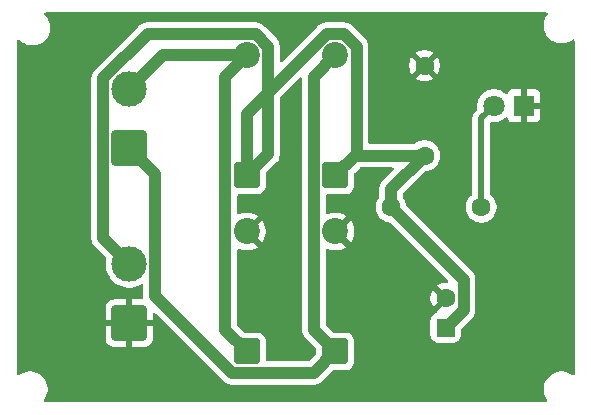
<source format=gbr>
%TF.GenerationSoftware,KiCad,Pcbnew,9.0.7*%
%TF.CreationDate,2026-01-15T12:26:01+05:30*%
%TF.ProjectId,actodc,6163746f-6463-42e6-9b69-6361645f7063,rev?*%
%TF.SameCoordinates,Original*%
%TF.FileFunction,Copper,L2,Bot*%
%TF.FilePolarity,Positive*%
%FSLAX46Y46*%
G04 Gerber Fmt 4.6, Leading zero omitted, Abs format (unit mm)*
G04 Created by KiCad (PCBNEW 9.0.7) date 2026-01-15 12:26:01*
%MOMM*%
%LPD*%
G01*
G04 APERTURE LIST*
G04 Aperture macros list*
%AMRoundRect*
0 Rectangle with rounded corners*
0 $1 Rounding radius*
0 $2 $3 $4 $5 $6 $7 $8 $9 X,Y pos of 4 corners*
0 Add a 4 corners polygon primitive as box body*
4,1,4,$2,$3,$4,$5,$6,$7,$8,$9,$2,$3,0*
0 Add four circle primitives for the rounded corners*
1,1,$1+$1,$2,$3*
1,1,$1+$1,$4,$5*
1,1,$1+$1,$6,$7*
1,1,$1+$1,$8,$9*
0 Add four rect primitives between the rounded corners*
20,1,$1+$1,$2,$3,$4,$5,0*
20,1,$1+$1,$4,$5,$6,$7,0*
20,1,$1+$1,$6,$7,$8,$9,0*
20,1,$1+$1,$8,$9,$2,$3,0*%
G04 Aperture macros list end*
%TA.AperFunction,ComponentPad*%
%ADD10RoundRect,0.249999X0.850001X-0.850001X0.850001X0.850001X-0.850001X0.850001X-0.850001X-0.850001X0*%
%TD*%
%TA.AperFunction,ComponentPad*%
%ADD11C,2.200000*%
%TD*%
%TA.AperFunction,ComponentPad*%
%ADD12RoundRect,0.249999X1.250001X-1.250001X1.250001X1.250001X-1.250001X1.250001X-1.250001X-1.250001X0*%
%TD*%
%TA.AperFunction,ComponentPad*%
%ADD13C,3.000000*%
%TD*%
%TA.AperFunction,ComponentPad*%
%ADD14C,1.600000*%
%TD*%
%TA.AperFunction,ComponentPad*%
%ADD15R,1.800000X1.800000*%
%TD*%
%TA.AperFunction,ComponentPad*%
%ADD16C,1.800000*%
%TD*%
%TA.AperFunction,ComponentPad*%
%ADD17RoundRect,0.250000X0.550000X-0.550000X0.550000X0.550000X-0.550000X0.550000X-0.550000X-0.550000X0*%
%TD*%
%TA.AperFunction,Conductor*%
%ADD18C,1.000000*%
%TD*%
%TA.AperFunction,Conductor*%
%ADD19C,0.500000*%
%TD*%
G04 APERTURE END LIST*
D10*
%TO.P,D3,1,K*%
%TO.N,/+VE*%
X143250000Y-96500000D03*
D11*
%TO.P,D3,2,A*%
%TO.N,Net-(D3-A)*%
X143250000Y-86340000D03*
%TD*%
D12*
%TO.P,J2,1,Pin_1*%
%TO.N,GND*%
X125800000Y-109000000D03*
D13*
%TO.P,J2,2,Pin_2*%
%TO.N,/+VE*%
X125800000Y-104000000D03*
%TD*%
D14*
%TO.P,R1,1*%
%TO.N,/+VE*%
X150800000Y-94820000D03*
%TO.P,R1,2*%
%TO.N,GND*%
X150800000Y-87200000D03*
%TD*%
D15*
%TO.P,D5,1,K*%
%TO.N,GND*%
X159200000Y-90600000D03*
D16*
%TO.P,D5,2,A*%
%TO.N,Net-(D5-A)*%
X156660000Y-90600000D03*
%TD*%
D10*
%TO.P,D2,1,K*%
%TO.N,Net-(D1-A)*%
X135750000Y-111410000D03*
D11*
%TO.P,D2,2,A*%
%TO.N,GND*%
X135750000Y-101250000D03*
%TD*%
D10*
%TO.P,D1,1,K*%
%TO.N,/+VE*%
X135750000Y-96500000D03*
D11*
%TO.P,D1,2,A*%
%TO.N,Net-(D1-A)*%
X135750000Y-86340000D03*
%TD*%
D17*
%TO.P,C1,1*%
%TO.N,/+VE*%
X152600000Y-109400000D03*
D14*
%TO.P,C1,2*%
%TO.N,GND*%
X152600000Y-106900000D03*
%TD*%
D10*
%TO.P,D4,1,K*%
%TO.N,Net-(D3-A)*%
X143250000Y-111410000D03*
D11*
%TO.P,D4,2,A*%
%TO.N,GND*%
X143250000Y-101250000D03*
%TD*%
D12*
%TO.P,J1,1,Pin_1*%
%TO.N,Net-(D3-A)*%
X125800000Y-94200000D03*
D13*
%TO.P,J1,2,Pin_2*%
%TO.N,Net-(D1-A)*%
X125800000Y-89200000D03*
%TD*%
D14*
%TO.P,R2,1*%
%TO.N,/+VE*%
X147980000Y-99200000D03*
%TO.P,R2,2*%
%TO.N,Net-(D5-A)*%
X155600000Y-99200000D03*
%TD*%
D18*
%TO.N,/+VE*%
X154101000Y-107899000D02*
X154101000Y-105321000D01*
X143995999Y-84539000D02*
X145051000Y-85594001D01*
X145051000Y-85594001D02*
X145051000Y-94699000D01*
X137551000Y-85594001D02*
X137551000Y-94699000D01*
X147980000Y-99200000D02*
X147980000Y-97640000D01*
X147980000Y-97640000D02*
X150800000Y-94820000D01*
X142504001Y-84539000D02*
X143995999Y-84539000D01*
X144930000Y-94820000D02*
X143250000Y-96500000D01*
X135750000Y-96500000D02*
X135750000Y-91293001D01*
X150800000Y-94820000D02*
X144930000Y-94820000D01*
X123599000Y-88288315D02*
X127348315Y-84539000D01*
X123599000Y-101799000D02*
X123599000Y-88288315D01*
X127348315Y-84539000D02*
X136495999Y-84539000D01*
X137551000Y-94699000D02*
X135750000Y-96500000D01*
X136495999Y-84539000D02*
X137551000Y-85594001D01*
X152600000Y-109400000D02*
X154101000Y-107899000D01*
X154101000Y-105321000D02*
X147980000Y-99200000D01*
X135750000Y-91293001D02*
X142504001Y-84539000D01*
X125800000Y-104000000D02*
X123599000Y-101799000D01*
X145051000Y-94699000D02*
X143250000Y-96500000D01*
%TO.N,GND*%
X135750000Y-101150000D02*
X135600000Y-101000000D01*
X135750000Y-101250000D02*
X135750000Y-101150000D01*
%TO.N,Net-(D1-A)*%
X125800000Y-89200000D02*
X128660000Y-86340000D01*
X135750000Y-111410000D02*
X133949000Y-109609000D01*
X133949000Y-109609000D02*
X133949000Y-88141000D01*
X133949000Y-88141000D02*
X135750000Y-86340000D01*
X128660000Y-86340000D02*
X135750000Y-86340000D01*
%TO.N,Net-(D3-A)*%
X141449000Y-100400000D02*
X141449000Y-88141000D01*
X141449000Y-88141000D02*
X143250000Y-86340000D01*
X128001000Y-96401000D02*
X128001000Y-106712844D01*
X141449000Y-109609000D02*
X141449000Y-100400000D01*
X128001000Y-106712844D02*
X134499156Y-113211000D01*
X141449000Y-100400000D02*
X141449000Y-101000000D01*
X125800000Y-94200000D02*
X128001000Y-96401000D01*
X134499156Y-113211000D02*
X141449000Y-113211000D01*
X141449000Y-113211000D02*
X143250000Y-111410000D01*
X143250000Y-111410000D02*
X141449000Y-109609000D01*
D19*
%TO.N,Net-(D5-A)*%
X155600000Y-91660000D02*
X156660000Y-90600000D01*
X155600000Y-99200000D02*
X155600000Y-91660000D01*
%TD*%
%TA.AperFunction,Conductor*%
%TO.N,GND*%
G36*
X140367834Y-88192600D02*
G01*
X140423767Y-88234472D01*
X140448184Y-88299936D01*
X140448500Y-88308782D01*
X140448500Y-100301459D01*
X140448500Y-109707541D01*
X140448500Y-109707543D01*
X140448499Y-109707543D01*
X140486947Y-109900829D01*
X140486950Y-109900839D01*
X140562364Y-110082907D01*
X140562371Y-110082920D01*
X140671859Y-110246780D01*
X140671860Y-110246781D01*
X140671861Y-110246782D01*
X140811218Y-110386139D01*
X140811219Y-110386139D01*
X140818286Y-110393206D01*
X140818285Y-110393206D01*
X140818289Y-110393209D01*
X141613181Y-111188101D01*
X141646666Y-111249424D01*
X141649500Y-111275782D01*
X141649500Y-111544217D01*
X141629815Y-111611256D01*
X141613181Y-111631898D01*
X141070899Y-112174181D01*
X141009576Y-112207666D01*
X140983218Y-112210500D01*
X137474500Y-112210500D01*
X137407461Y-112190815D01*
X137361706Y-112138011D01*
X137350500Y-112086500D01*
X137350500Y-110509995D01*
X137350499Y-110509982D01*
X137339999Y-110407203D01*
X137339999Y-110407202D01*
X137284814Y-110240665D01*
X137192712Y-110091344D01*
X137068656Y-109967288D01*
X136919335Y-109875186D01*
X136752798Y-109820001D01*
X136752796Y-109820000D01*
X136650017Y-109809500D01*
X136650010Y-109809500D01*
X135615783Y-109809500D01*
X135548744Y-109789815D01*
X135528102Y-109773181D01*
X134985819Y-109230898D01*
X134952334Y-109169575D01*
X134949500Y-109143217D01*
X134949500Y-102840197D01*
X134969185Y-102773158D01*
X135021989Y-102727403D01*
X135091147Y-102717459D01*
X135129802Y-102729716D01*
X135135815Y-102732780D01*
X135375330Y-102810602D01*
X135624072Y-102850000D01*
X135875928Y-102850000D01*
X136124669Y-102810602D01*
X136364184Y-102732780D01*
X136588575Y-102618446D01*
X136588581Y-102618442D01*
X136690697Y-102544250D01*
X136690698Y-102544250D01*
X135920234Y-101773787D01*
X135962292Y-101762518D01*
X136087708Y-101690110D01*
X136190110Y-101587708D01*
X136262518Y-101462292D01*
X136273787Y-101420234D01*
X137044250Y-102190698D01*
X137044250Y-102190697D01*
X137118442Y-102088581D01*
X137118446Y-102088575D01*
X137232780Y-101864184D01*
X137310602Y-101624669D01*
X137350000Y-101375928D01*
X137350000Y-101124071D01*
X137310602Y-100875330D01*
X137232780Y-100635815D01*
X137118442Y-100411416D01*
X137044250Y-100309301D01*
X137044250Y-100309300D01*
X136273787Y-101079764D01*
X136262518Y-101037708D01*
X136190110Y-100912292D01*
X136087708Y-100809890D01*
X135962292Y-100737482D01*
X135920233Y-100726212D01*
X136690698Y-99955748D01*
X136588583Y-99881557D01*
X136364184Y-99767219D01*
X136124669Y-99689397D01*
X135875928Y-99650000D01*
X135624072Y-99650000D01*
X135375330Y-99689397D01*
X135135815Y-99767219D01*
X135135811Y-99767221D01*
X135129793Y-99770288D01*
X135061124Y-99783183D01*
X134996384Y-99756906D01*
X134956128Y-99699799D01*
X134949500Y-99659802D01*
X134949500Y-98224500D01*
X134969185Y-98157461D01*
X135021989Y-98111706D01*
X135073500Y-98100500D01*
X136650005Y-98100500D01*
X136650010Y-98100500D01*
X136752798Y-98089999D01*
X136919335Y-98034814D01*
X137068656Y-97942712D01*
X137192712Y-97818656D01*
X137284814Y-97669335D01*
X137339999Y-97502798D01*
X137350500Y-97400010D01*
X137350500Y-96365782D01*
X137370185Y-96298743D01*
X137386819Y-96278101D01*
X137841587Y-95823334D01*
X138328140Y-95336781D01*
X138437632Y-95172914D01*
X138513052Y-94990835D01*
X138551500Y-94797540D01*
X138551500Y-94600459D01*
X138551500Y-89957782D01*
X138571185Y-89890743D01*
X138587814Y-89870106D01*
X140236819Y-88221100D01*
X140298142Y-88187616D01*
X140367834Y-88192600D01*
G37*
%TD.AperFunction*%
%TA.AperFunction,Conductor*%
G36*
X161112831Y-82704047D02*
G01*
X161125376Y-82702970D01*
X161145721Y-82713705D01*
X161167789Y-82720185D01*
X161176032Y-82729699D01*
X161187171Y-82735576D01*
X161198483Y-82755608D01*
X161213544Y-82772989D01*
X161215335Y-82785449D01*
X161221528Y-82796415D01*
X161220214Y-82819381D01*
X161223488Y-82842147D01*
X161218162Y-82855268D01*
X161217539Y-82866170D01*
X161201068Y-82897384D01*
X161176455Y-82931262D01*
X161116657Y-83013566D01*
X161009433Y-83224003D01*
X160936446Y-83448631D01*
X160899500Y-83681902D01*
X160899500Y-83918097D01*
X160936446Y-84151368D01*
X161009433Y-84375996D01*
X161052989Y-84461478D01*
X161116657Y-84586433D01*
X161255483Y-84777510D01*
X161422490Y-84944517D01*
X161613567Y-85083343D01*
X161685681Y-85120087D01*
X161824003Y-85190566D01*
X161824005Y-85190566D01*
X161824008Y-85190568D01*
X161944412Y-85229689D01*
X162048631Y-85263553D01*
X162281903Y-85300500D01*
X162281908Y-85300500D01*
X162518097Y-85300500D01*
X162751368Y-85263553D01*
X162975992Y-85190568D01*
X163186433Y-85083343D01*
X163302614Y-84998931D01*
X163368420Y-84975451D01*
X163436474Y-84991276D01*
X163485169Y-85041381D01*
X163499500Y-85099249D01*
X163499500Y-113300750D01*
X163479815Y-113367789D01*
X163427011Y-113413544D01*
X163357853Y-113423488D01*
X163302614Y-113401068D01*
X163186433Y-113316657D01*
X162975996Y-113209433D01*
X162751368Y-113136446D01*
X162518097Y-113099500D01*
X162518092Y-113099500D01*
X162281908Y-113099500D01*
X162281903Y-113099500D01*
X162048631Y-113136446D01*
X161824003Y-113209433D01*
X161613566Y-113316657D01*
X161555814Y-113358617D01*
X161422490Y-113455483D01*
X161422488Y-113455485D01*
X161422487Y-113455485D01*
X161255485Y-113622487D01*
X161255485Y-113622488D01*
X161255483Y-113622490D01*
X161195862Y-113704550D01*
X161116657Y-113813566D01*
X161009433Y-114024003D01*
X160936446Y-114248631D01*
X160899500Y-114481902D01*
X160899500Y-114718097D01*
X160936446Y-114951368D01*
X161009433Y-115175996D01*
X161116657Y-115386433D01*
X161201068Y-115502614D01*
X161224548Y-115568421D01*
X161208723Y-115636475D01*
X161158617Y-115685170D01*
X161100750Y-115699500D01*
X118699250Y-115699500D01*
X118632211Y-115679815D01*
X118586456Y-115627011D01*
X118576512Y-115557853D01*
X118598932Y-115502614D01*
X118683343Y-115386433D01*
X118790568Y-115175992D01*
X118863553Y-114951368D01*
X118888929Y-114791150D01*
X118900500Y-114718097D01*
X118900500Y-114481902D01*
X118863553Y-114248631D01*
X118790566Y-114024003D01*
X118683342Y-113813566D01*
X118544517Y-113622490D01*
X118377510Y-113455483D01*
X118186433Y-113316657D01*
X118155214Y-113300750D01*
X117975996Y-113209433D01*
X117751368Y-113136446D01*
X117518097Y-113099500D01*
X117518092Y-113099500D01*
X117281908Y-113099500D01*
X117281903Y-113099500D01*
X117048631Y-113136446D01*
X116824003Y-113209433D01*
X116613566Y-113316657D01*
X116497386Y-113401068D01*
X116431579Y-113424548D01*
X116363525Y-113408723D01*
X116314830Y-113358617D01*
X116300500Y-113300750D01*
X116300500Y-88189774D01*
X122598500Y-88189774D01*
X122598500Y-88195332D01*
X122598500Y-101897544D01*
X122636947Y-102090833D01*
X122636949Y-102090837D01*
X122647993Y-102117500D01*
X122659038Y-102144165D01*
X122677892Y-102189683D01*
X122712366Y-102272911D01*
X122712371Y-102272920D01*
X122821860Y-102436781D01*
X122821863Y-102436785D01*
X122965537Y-102580459D01*
X122965559Y-102580479D01*
X123816968Y-103431888D01*
X123850453Y-103493211D01*
X123849062Y-103551660D01*
X123833733Y-103608872D01*
X123833730Y-103608884D01*
X123833729Y-103608892D01*
X123799500Y-103868872D01*
X123799500Y-104131127D01*
X123826123Y-104333339D01*
X123833730Y-104391116D01*
X123873820Y-104540735D01*
X123901602Y-104644418D01*
X123901605Y-104644428D01*
X124001953Y-104886690D01*
X124001958Y-104886700D01*
X124133075Y-105113803D01*
X124292718Y-105321851D01*
X124292726Y-105321860D01*
X124478140Y-105507274D01*
X124478148Y-105507281D01*
X124478149Y-105507282D01*
X124526554Y-105544424D01*
X124686196Y-105666924D01*
X124913299Y-105798041D01*
X124913309Y-105798046D01*
X125155571Y-105898394D01*
X125155581Y-105898398D01*
X125408884Y-105966270D01*
X125668880Y-106000500D01*
X125668887Y-106000500D01*
X125931113Y-106000500D01*
X125931120Y-106000500D01*
X126191116Y-105966270D01*
X126444419Y-105898398D01*
X126686697Y-105798043D01*
X126814500Y-105724255D01*
X126882400Y-105707783D01*
X126948427Y-105730636D01*
X126991618Y-105785557D01*
X127000500Y-105831643D01*
X127000500Y-106811389D01*
X127008540Y-106851809D01*
X127002313Y-106921401D01*
X126959449Y-106976578D01*
X126893560Y-106999822D01*
X126886923Y-107000000D01*
X126050000Y-107000000D01*
X126050000Y-108399998D01*
X125989598Y-108374979D01*
X125864019Y-108350000D01*
X125735981Y-108350000D01*
X125610402Y-108374979D01*
X125550000Y-108399998D01*
X125550000Y-107000000D01*
X124500028Y-107000000D01*
X124500012Y-107000001D01*
X124397303Y-107010494D01*
X124397301Y-107010494D01*
X124230880Y-107065640D01*
X124230869Y-107065645D01*
X124081659Y-107157680D01*
X124081655Y-107157683D01*
X123957683Y-107281655D01*
X123957680Y-107281659D01*
X123865645Y-107430869D01*
X123865640Y-107430880D01*
X123810494Y-107597302D01*
X123800000Y-107700013D01*
X123800000Y-108750000D01*
X125199999Y-108750000D01*
X125174979Y-108810402D01*
X125150000Y-108935981D01*
X125150000Y-109064019D01*
X125174979Y-109189598D01*
X125199999Y-109250000D01*
X123800001Y-109250000D01*
X123800001Y-110299986D01*
X123810494Y-110402696D01*
X123810494Y-110402698D01*
X123865640Y-110569119D01*
X123865645Y-110569130D01*
X123957680Y-110718340D01*
X123957683Y-110718344D01*
X124081655Y-110842316D01*
X124081659Y-110842319D01*
X124230869Y-110934354D01*
X124230880Y-110934359D01*
X124397302Y-110989505D01*
X124500020Y-110999999D01*
X125549999Y-110999999D01*
X125550000Y-110999998D01*
X125550000Y-109600001D01*
X125610402Y-109625021D01*
X125735981Y-109650000D01*
X125864019Y-109650000D01*
X125989598Y-109625021D01*
X126050000Y-109600001D01*
X126050000Y-110999999D01*
X127099972Y-110999999D01*
X127099986Y-110999998D01*
X127202696Y-110989505D01*
X127202698Y-110989505D01*
X127369119Y-110934359D01*
X127369130Y-110934354D01*
X127518340Y-110842319D01*
X127518344Y-110842316D01*
X127642316Y-110718344D01*
X127642319Y-110718340D01*
X127734354Y-110569130D01*
X127734359Y-110569119D01*
X127789505Y-110402697D01*
X127799999Y-110299986D01*
X127800000Y-110299973D01*
X127800000Y-109250000D01*
X126400001Y-109250000D01*
X126425021Y-109189598D01*
X126450000Y-109064019D01*
X126450000Y-108935981D01*
X126425021Y-108810402D01*
X126400001Y-108750000D01*
X127799999Y-108750000D01*
X127799999Y-108226125D01*
X127819684Y-108159086D01*
X127872488Y-108113331D01*
X127941646Y-108103387D01*
X128005202Y-108132412D01*
X128011678Y-108138442D01*
X133722016Y-113848781D01*
X133722017Y-113848782D01*
X133861374Y-113988139D01*
X133861375Y-113988140D01*
X134025235Y-114097628D01*
X134025242Y-114097632D01*
X134123960Y-114138522D01*
X134207320Y-114173051D01*
X134361503Y-114203720D01*
X134400610Y-114211499D01*
X134400613Y-114211500D01*
X134400615Y-114211500D01*
X141547542Y-114211500D01*
X141586652Y-114203720D01*
X141644188Y-114192275D01*
X141740836Y-114173051D01*
X141794165Y-114150961D01*
X141922914Y-114097632D01*
X142086782Y-113988139D01*
X142226139Y-113848782D01*
X142226139Y-113848780D01*
X142236347Y-113838573D01*
X142236348Y-113838570D01*
X143028102Y-113046819D01*
X143089425Y-113013334D01*
X143115783Y-113010500D01*
X144150005Y-113010500D01*
X144150010Y-113010500D01*
X144252798Y-112999999D01*
X144419335Y-112944814D01*
X144568656Y-112852712D01*
X144692712Y-112728656D01*
X144784814Y-112579335D01*
X144839999Y-112412798D01*
X144850500Y-112310010D01*
X144850500Y-110509990D01*
X144839999Y-110407202D01*
X144784814Y-110240665D01*
X144692712Y-110091344D01*
X144568656Y-109967288D01*
X144419335Y-109875186D01*
X144252798Y-109820001D01*
X144252796Y-109820000D01*
X144150017Y-109809500D01*
X144150010Y-109809500D01*
X143115783Y-109809500D01*
X143048744Y-109789815D01*
X143028102Y-109773181D01*
X142485819Y-109230898D01*
X142452334Y-109169575D01*
X142449500Y-109143217D01*
X142449500Y-102840197D01*
X142469185Y-102773158D01*
X142521989Y-102727403D01*
X142591147Y-102717459D01*
X142629802Y-102729716D01*
X142635815Y-102732780D01*
X142875330Y-102810602D01*
X143124072Y-102850000D01*
X143375928Y-102850000D01*
X143624669Y-102810602D01*
X143864184Y-102732780D01*
X144088575Y-102618446D01*
X144088581Y-102618442D01*
X144190697Y-102544250D01*
X144190698Y-102544250D01*
X143420234Y-101773787D01*
X143462292Y-101762518D01*
X143587708Y-101690110D01*
X143690110Y-101587708D01*
X143762518Y-101462292D01*
X143773787Y-101420235D01*
X144544250Y-102190698D01*
X144544250Y-102190697D01*
X144618442Y-102088581D01*
X144618446Y-102088575D01*
X144732780Y-101864184D01*
X144810602Y-101624669D01*
X144850000Y-101375928D01*
X144850000Y-101124071D01*
X144810602Y-100875330D01*
X144732780Y-100635815D01*
X144618442Y-100411416D01*
X144544250Y-100309301D01*
X144544250Y-100309300D01*
X143773787Y-101079764D01*
X143762518Y-101037708D01*
X143690110Y-100912292D01*
X143587708Y-100809890D01*
X143462292Y-100737482D01*
X143420233Y-100726212D01*
X144190698Y-99955748D01*
X144088583Y-99881557D01*
X143864184Y-99767219D01*
X143624669Y-99689397D01*
X143375928Y-99650000D01*
X143124072Y-99650000D01*
X142875330Y-99689397D01*
X142635815Y-99767219D01*
X142635811Y-99767221D01*
X142629793Y-99770288D01*
X142561124Y-99783183D01*
X142496384Y-99756906D01*
X142456128Y-99699799D01*
X142449500Y-99659802D01*
X142449500Y-98224500D01*
X142469185Y-98157461D01*
X142521989Y-98111706D01*
X142573500Y-98100500D01*
X144150005Y-98100500D01*
X144150010Y-98100500D01*
X144252798Y-98089999D01*
X144419335Y-98034814D01*
X144568656Y-97942712D01*
X144692712Y-97818656D01*
X144784814Y-97669335D01*
X144839999Y-97502798D01*
X144850500Y-97400010D01*
X144850500Y-96365782D01*
X144870185Y-96298743D01*
X144886819Y-96278101D01*
X145308102Y-95856819D01*
X145369425Y-95823334D01*
X145395783Y-95820500D01*
X148085218Y-95820500D01*
X148152257Y-95840185D01*
X148198012Y-95892989D01*
X148207956Y-95962147D01*
X148178931Y-96025703D01*
X148172901Y-96032178D01*
X147342221Y-96862858D01*
X147342218Y-96862861D01*
X147272538Y-96932540D01*
X147202859Y-97002219D01*
X147093369Y-97166084D01*
X147093367Y-97166088D01*
X147089344Y-97175800D01*
X147089338Y-97175815D01*
X147088376Y-97178139D01*
X147017949Y-97348164D01*
X147010297Y-97386632D01*
X147008410Y-97396115D01*
X147008409Y-97396120D01*
X146979500Y-97541456D01*
X146979500Y-98324237D01*
X146959815Y-98391276D01*
X146955818Y-98397122D01*
X146867715Y-98518386D01*
X146774781Y-98700776D01*
X146711522Y-98895465D01*
X146679500Y-99097648D01*
X146679500Y-99302351D01*
X146711522Y-99504534D01*
X146774781Y-99699223D01*
X146867715Y-99881613D01*
X146988028Y-100047213D01*
X147132786Y-100191971D01*
X147283486Y-100301459D01*
X147298390Y-100312287D01*
X147414607Y-100371503D01*
X147480776Y-100405218D01*
X147480778Y-100405218D01*
X147480781Y-100405220D01*
X147585137Y-100439127D01*
X147675465Y-100468477D01*
X147752966Y-100480751D01*
X147823513Y-100491925D01*
X147886648Y-100521854D01*
X147891797Y-100526717D01*
X152753399Y-105388319D01*
X152786884Y-105449642D01*
X152781900Y-105519334D01*
X152740028Y-105575267D01*
X152674564Y-105599684D01*
X152665718Y-105600000D01*
X152497683Y-105600000D01*
X152295582Y-105632009D01*
X152100968Y-105695244D01*
X151918644Y-105788143D01*
X151874077Y-105820523D01*
X151874077Y-105820524D01*
X152553553Y-106500000D01*
X152547339Y-106500000D01*
X152445606Y-106527259D01*
X152354394Y-106579920D01*
X152279920Y-106654394D01*
X152227259Y-106745606D01*
X152200000Y-106847339D01*
X152200000Y-106853553D01*
X151520524Y-106174077D01*
X151520523Y-106174077D01*
X151488143Y-106218644D01*
X151395244Y-106400968D01*
X151332009Y-106595582D01*
X151300000Y-106797682D01*
X151300000Y-107002317D01*
X151332009Y-107204417D01*
X151395244Y-107399031D01*
X151488141Y-107581350D01*
X151488147Y-107581359D01*
X151520523Y-107625921D01*
X151520524Y-107625922D01*
X152200000Y-106946446D01*
X152200000Y-106952661D01*
X152227259Y-107054394D01*
X152279920Y-107145606D01*
X152354394Y-107220080D01*
X152445606Y-107272741D01*
X152547339Y-107300000D01*
X152553552Y-107300000D01*
X151874076Y-107979474D01*
X151877052Y-108017282D01*
X151862687Y-108085659D01*
X151813636Y-108135415D01*
X151792440Y-108144715D01*
X151730672Y-108165184D01*
X151730663Y-108165187D01*
X151581342Y-108257289D01*
X151457289Y-108381342D01*
X151365187Y-108530663D01*
X151365185Y-108530668D01*
X151346966Y-108585649D01*
X151310001Y-108697203D01*
X151310001Y-108697204D01*
X151310000Y-108697204D01*
X151299500Y-108799983D01*
X151299500Y-110000001D01*
X151299501Y-110000018D01*
X151310000Y-110102796D01*
X151310001Y-110102799D01*
X151324444Y-110146384D01*
X151365186Y-110269334D01*
X151457288Y-110418656D01*
X151581344Y-110542712D01*
X151730666Y-110634814D01*
X151897203Y-110689999D01*
X151999991Y-110700500D01*
X153200008Y-110700499D01*
X153302797Y-110689999D01*
X153469334Y-110634814D01*
X153618656Y-110542712D01*
X153742712Y-110418656D01*
X153834814Y-110269334D01*
X153889999Y-110102797D01*
X153900500Y-110000009D01*
X153900499Y-109565781D01*
X153920183Y-109498743D01*
X153936818Y-109478101D01*
X154164920Y-109250000D01*
X154878140Y-108536781D01*
X154987632Y-108372914D01*
X155063052Y-108190835D01*
X155101501Y-107997540D01*
X155101501Y-107800459D01*
X155101501Y-107795349D01*
X155101500Y-107795323D01*
X155101500Y-105222456D01*
X155063052Y-105029170D01*
X155063051Y-105029169D01*
X155063051Y-105029165D01*
X155004041Y-104886700D01*
X154987635Y-104847092D01*
X154987628Y-104847079D01*
X154878139Y-104683218D01*
X154878136Y-104683214D01*
X154735686Y-104540764D01*
X154735655Y-104540735D01*
X149306717Y-99111797D01*
X149298991Y-99097648D01*
X154299500Y-99097648D01*
X154299500Y-99302351D01*
X154331522Y-99504534D01*
X154394781Y-99699223D01*
X154487715Y-99881613D01*
X154608028Y-100047213D01*
X154752786Y-100191971D01*
X154903486Y-100301459D01*
X154918390Y-100312287D01*
X155034607Y-100371503D01*
X155100776Y-100405218D01*
X155100778Y-100405218D01*
X155100781Y-100405220D01*
X155205137Y-100439127D01*
X155295465Y-100468477D01*
X155396557Y-100484488D01*
X155497648Y-100500500D01*
X155497649Y-100500500D01*
X155702351Y-100500500D01*
X155702352Y-100500500D01*
X155904534Y-100468477D01*
X156099219Y-100405220D01*
X156281610Y-100312287D01*
X156374590Y-100244732D01*
X156447213Y-100191971D01*
X156447215Y-100191968D01*
X156447219Y-100191966D01*
X156591966Y-100047219D01*
X156591968Y-100047215D01*
X156591971Y-100047213D01*
X156658423Y-99955748D01*
X156712287Y-99881610D01*
X156802872Y-99703827D01*
X156805218Y-99699223D01*
X156805218Y-99699222D01*
X156805220Y-99699219D01*
X156868477Y-99504534D01*
X156900500Y-99302352D01*
X156900500Y-99097648D01*
X156868477Y-98895466D01*
X156805220Y-98700781D01*
X156805218Y-98700778D01*
X156805218Y-98700776D01*
X156771503Y-98634607D01*
X156712287Y-98518390D01*
X156704556Y-98507749D01*
X156591971Y-98352786D01*
X156447217Y-98208032D01*
X156447212Y-98208028D01*
X156401615Y-98174900D01*
X156358949Y-98119571D01*
X156350500Y-98074582D01*
X156350500Y-92114122D01*
X156370185Y-92047083D01*
X156422989Y-92001328D01*
X156492147Y-91991384D01*
X156493823Y-91991637D01*
X156549778Y-92000500D01*
X156549780Y-92000500D01*
X156770221Y-92000500D01*
X156770222Y-92000500D01*
X156987951Y-91966015D01*
X157197606Y-91897895D01*
X157394022Y-91797815D01*
X157572365Y-91668242D01*
X157622924Y-91617682D01*
X157684245Y-91584198D01*
X157753936Y-91589182D01*
X157809870Y-91631053D01*
X157826786Y-91662030D01*
X157856646Y-91742087D01*
X157856649Y-91742093D01*
X157942809Y-91857187D01*
X157942812Y-91857190D01*
X158057906Y-91943350D01*
X158057913Y-91943354D01*
X158192620Y-91993596D01*
X158192627Y-91993598D01*
X158252155Y-91999999D01*
X158252172Y-92000000D01*
X158950000Y-92000000D01*
X158950000Y-90975277D01*
X159026306Y-91019333D01*
X159140756Y-91050000D01*
X159259244Y-91050000D01*
X159373694Y-91019333D01*
X159450000Y-90975277D01*
X159450000Y-92000000D01*
X160147828Y-92000000D01*
X160147844Y-91999999D01*
X160207372Y-91993598D01*
X160207379Y-91993596D01*
X160342086Y-91943354D01*
X160342093Y-91943350D01*
X160457187Y-91857190D01*
X160457190Y-91857187D01*
X160543350Y-91742093D01*
X160543354Y-91742086D01*
X160593596Y-91607379D01*
X160593598Y-91607372D01*
X160599999Y-91547844D01*
X160600000Y-91547827D01*
X160600000Y-90850000D01*
X159575278Y-90850000D01*
X159619333Y-90773694D01*
X159650000Y-90659244D01*
X159650000Y-90540756D01*
X159619333Y-90426306D01*
X159575278Y-90350000D01*
X160600000Y-90350000D01*
X160600000Y-89652172D01*
X160599999Y-89652155D01*
X160593598Y-89592627D01*
X160593596Y-89592620D01*
X160543354Y-89457913D01*
X160543350Y-89457906D01*
X160457190Y-89342812D01*
X160457187Y-89342809D01*
X160342093Y-89256649D01*
X160342086Y-89256645D01*
X160207379Y-89206403D01*
X160207372Y-89206401D01*
X160147844Y-89200000D01*
X159450000Y-89200000D01*
X159450000Y-90224722D01*
X159373694Y-90180667D01*
X159259244Y-90150000D01*
X159140756Y-90150000D01*
X159026306Y-90180667D01*
X158950000Y-90224722D01*
X158950000Y-89200000D01*
X158252155Y-89200000D01*
X158192627Y-89206401D01*
X158192620Y-89206403D01*
X158057913Y-89256645D01*
X158057906Y-89256649D01*
X157942812Y-89342809D01*
X157942809Y-89342812D01*
X157856649Y-89457906D01*
X157856643Y-89457918D01*
X157826785Y-89537969D01*
X157784914Y-89593903D01*
X157719449Y-89618319D01*
X157651176Y-89603467D01*
X157622923Y-89582316D01*
X157572363Y-89531756D01*
X157572358Y-89531752D01*
X157394025Y-89402187D01*
X157394024Y-89402186D01*
X157394022Y-89402185D01*
X157331096Y-89370122D01*
X157197606Y-89302104D01*
X157197603Y-89302103D01*
X156987952Y-89233985D01*
X156879086Y-89216742D01*
X156770222Y-89199500D01*
X156549778Y-89199500D01*
X156477201Y-89210995D01*
X156332047Y-89233985D01*
X156122396Y-89302103D01*
X156122393Y-89302104D01*
X155925974Y-89402187D01*
X155747641Y-89531752D01*
X155747636Y-89531756D01*
X155591756Y-89687636D01*
X155591752Y-89687641D01*
X155462187Y-89865974D01*
X155362104Y-90062393D01*
X155362103Y-90062396D01*
X155293985Y-90272047D01*
X155259500Y-90489778D01*
X155259500Y-90710227D01*
X155280914Y-90845429D01*
X155271959Y-90914722D01*
X155246123Y-90952508D01*
X155017045Y-91181587D01*
X155000795Y-91205909D01*
X155000794Y-91205910D01*
X154934916Y-91304503D01*
X154934914Y-91304506D01*
X154878343Y-91441082D01*
X154878340Y-91441092D01*
X154849500Y-91586079D01*
X154849500Y-98074582D01*
X154829815Y-98141621D01*
X154798385Y-98174900D01*
X154752787Y-98208028D01*
X154752782Y-98208032D01*
X154608028Y-98352786D01*
X154487715Y-98518386D01*
X154394781Y-98700776D01*
X154331522Y-98895465D01*
X154299500Y-99097648D01*
X149298991Y-99097648D01*
X149273232Y-99050474D01*
X149271925Y-99043513D01*
X149248477Y-98895466D01*
X149248477Y-98895465D01*
X149185218Y-98700776D01*
X149151503Y-98634607D01*
X149092287Y-98518390D01*
X149079654Y-98501003D01*
X149004182Y-98397122D01*
X148997029Y-98377077D01*
X148985523Y-98359172D01*
X148982068Y-98335145D01*
X148980702Y-98331316D01*
X148980500Y-98324237D01*
X148980500Y-98105781D01*
X149000185Y-98038742D01*
X149016814Y-98018105D01*
X150888203Y-96146715D01*
X150949524Y-96113232D01*
X150956473Y-96111927D01*
X151104534Y-96088477D01*
X151299219Y-96025220D01*
X151481610Y-95932287D01*
X151608379Y-95840185D01*
X151647213Y-95811971D01*
X151647215Y-95811968D01*
X151647219Y-95811966D01*
X151791966Y-95667219D01*
X151791968Y-95667215D01*
X151791971Y-95667213D01*
X151844732Y-95594590D01*
X151912287Y-95501610D01*
X152005220Y-95319219D01*
X152068477Y-95124534D01*
X152100500Y-94922352D01*
X152100500Y-94717648D01*
X152068477Y-94515466D01*
X152005220Y-94320781D01*
X152005218Y-94320778D01*
X152005218Y-94320776D01*
X151960604Y-94233217D01*
X151912287Y-94138390D01*
X151904556Y-94127749D01*
X151791971Y-93972786D01*
X151647213Y-93828028D01*
X151481613Y-93707715D01*
X151481612Y-93707714D01*
X151481610Y-93707713D01*
X151424653Y-93678691D01*
X151299223Y-93614781D01*
X151104534Y-93551522D01*
X150929995Y-93523878D01*
X150902352Y-93519500D01*
X150697648Y-93519500D01*
X150673329Y-93523351D01*
X150495465Y-93551522D01*
X150300776Y-93614781D01*
X150118386Y-93707715D01*
X149997123Y-93795818D01*
X149931317Y-93819298D01*
X149924238Y-93819500D01*
X146175500Y-93819500D01*
X146108461Y-93799815D01*
X146062706Y-93747011D01*
X146051500Y-93695500D01*
X146051500Y-87097682D01*
X149500000Y-87097682D01*
X149500000Y-87302317D01*
X149532009Y-87504417D01*
X149595244Y-87699031D01*
X149688141Y-87881350D01*
X149688147Y-87881359D01*
X149720523Y-87925921D01*
X149720524Y-87925922D01*
X150400000Y-87246446D01*
X150400000Y-87252661D01*
X150427259Y-87354394D01*
X150479920Y-87445606D01*
X150554394Y-87520080D01*
X150645606Y-87572741D01*
X150747339Y-87600000D01*
X150753553Y-87600000D01*
X150074076Y-88279474D01*
X150118650Y-88311859D01*
X150300968Y-88404755D01*
X150495582Y-88467990D01*
X150697683Y-88500000D01*
X150902317Y-88500000D01*
X151104417Y-88467990D01*
X151299031Y-88404755D01*
X151481349Y-88311859D01*
X151525921Y-88279474D01*
X150846447Y-87600000D01*
X150852661Y-87600000D01*
X150954394Y-87572741D01*
X151045606Y-87520080D01*
X151120080Y-87445606D01*
X151172741Y-87354394D01*
X151200000Y-87252661D01*
X151200000Y-87246447D01*
X151879474Y-87925921D01*
X151911859Y-87881349D01*
X152004755Y-87699031D01*
X152067990Y-87504417D01*
X152100000Y-87302317D01*
X152100000Y-87097682D01*
X152067990Y-86895582D01*
X152004755Y-86700968D01*
X151911859Y-86518650D01*
X151879474Y-86474077D01*
X151879474Y-86474076D01*
X151200000Y-87153551D01*
X151200000Y-87147339D01*
X151172741Y-87045606D01*
X151120080Y-86954394D01*
X151045606Y-86879920D01*
X150954394Y-86827259D01*
X150852661Y-86800000D01*
X150846446Y-86800000D01*
X151525922Y-86120524D01*
X151525921Y-86120523D01*
X151481359Y-86088147D01*
X151481350Y-86088141D01*
X151299031Y-85995244D01*
X151104417Y-85932009D01*
X150902317Y-85900000D01*
X150697683Y-85900000D01*
X150495582Y-85932009D01*
X150300968Y-85995244D01*
X150118644Y-86088143D01*
X150074077Y-86120523D01*
X150074077Y-86120524D01*
X150753554Y-86800000D01*
X150747339Y-86800000D01*
X150645606Y-86827259D01*
X150554394Y-86879920D01*
X150479920Y-86954394D01*
X150427259Y-87045606D01*
X150400000Y-87147339D01*
X150400000Y-87153553D01*
X149720524Y-86474077D01*
X149720523Y-86474077D01*
X149688143Y-86518644D01*
X149595244Y-86700968D01*
X149532009Y-86895582D01*
X149500000Y-87097682D01*
X146051500Y-87097682D01*
X146051500Y-85495457D01*
X146020387Y-85339047D01*
X146018562Y-85329870D01*
X146013051Y-85302165D01*
X145966826Y-85190568D01*
X145947750Y-85144514D01*
X145937635Y-85120093D01*
X145937628Y-85120080D01*
X145828140Y-84956220D01*
X145816434Y-84944514D01*
X145688782Y-84816862D01*
X145688781Y-84816861D01*
X144780207Y-83908288D01*
X144780205Y-83908285D01*
X144780205Y-83908286D01*
X144773138Y-83901219D01*
X144773138Y-83901218D01*
X144633781Y-83761861D01*
X144633780Y-83761860D01*
X144633779Y-83761859D01*
X144469919Y-83652371D01*
X144469910Y-83652366D01*
X144397314Y-83622296D01*
X144341164Y-83599038D01*
X144287835Y-83576949D01*
X144287831Y-83576948D01*
X144287827Y-83576946D01*
X144191187Y-83557724D01*
X144094543Y-83538500D01*
X144094540Y-83538500D01*
X142405460Y-83538500D01*
X142405456Y-83538500D01*
X142308813Y-83557724D01*
X142212168Y-83576947D01*
X142212162Y-83576949D01*
X142158835Y-83599037D01*
X142158835Y-83599038D01*
X142113316Y-83617892D01*
X142030090Y-83652366D01*
X142030080Y-83652371D01*
X141866220Y-83761859D01*
X141819230Y-83808850D01*
X141726862Y-83901218D01*
X138763181Y-86864899D01*
X138701858Y-86898384D01*
X138632166Y-86893400D01*
X138576233Y-86851528D01*
X138551816Y-86786064D01*
X138551500Y-86777218D01*
X138551500Y-85495457D01*
X138520387Y-85339047D01*
X138518562Y-85329870D01*
X138513051Y-85302165D01*
X138466826Y-85190568D01*
X138447750Y-85144514D01*
X138437635Y-85120093D01*
X138437628Y-85120080D01*
X138328140Y-84956220D01*
X138316434Y-84944514D01*
X138188782Y-84816862D01*
X138188781Y-84816861D01*
X137280207Y-83908288D01*
X137280205Y-83908285D01*
X137280205Y-83908286D01*
X137273138Y-83901219D01*
X137273138Y-83901218D01*
X137133781Y-83761861D01*
X137133780Y-83761860D01*
X137133779Y-83761859D01*
X136969919Y-83652371D01*
X136969910Y-83652366D01*
X136897314Y-83622296D01*
X136841164Y-83599038D01*
X136787835Y-83576949D01*
X136787831Y-83576948D01*
X136787827Y-83576946D01*
X136691187Y-83557724D01*
X136594543Y-83538500D01*
X136594540Y-83538500D01*
X127249774Y-83538500D01*
X127249770Y-83538500D01*
X127153127Y-83557724D01*
X127056482Y-83576947D01*
X127056476Y-83576949D01*
X127003149Y-83599037D01*
X127003149Y-83599038D01*
X126957630Y-83617892D01*
X126874404Y-83652366D01*
X126874394Y-83652371D01*
X126710534Y-83761859D01*
X126663544Y-83808850D01*
X126571176Y-83901218D01*
X126571173Y-83901221D01*
X122961221Y-87511173D01*
X122961218Y-87511176D01*
X122918841Y-87553553D01*
X122821859Y-87650534D01*
X122712371Y-87814394D01*
X122712369Y-87814399D01*
X122712368Y-87814401D01*
X122659065Y-87943086D01*
X122659038Y-87943150D01*
X122636949Y-87996476D01*
X122636947Y-87996482D01*
X122620891Y-88077201D01*
X122620872Y-88077299D01*
X122620767Y-88077829D01*
X122598500Y-88189774D01*
X116300500Y-88189774D01*
X116300500Y-85121889D01*
X116320185Y-85054850D01*
X116372989Y-85009095D01*
X116442147Y-84999151D01*
X116505703Y-85028176D01*
X116512181Y-85034208D01*
X116622490Y-85144517D01*
X116813567Y-85283343D01*
X116904881Y-85329870D01*
X117024003Y-85390566D01*
X117024005Y-85390566D01*
X117024008Y-85390568D01*
X117144412Y-85429689D01*
X117248631Y-85463553D01*
X117481903Y-85500500D01*
X117481908Y-85500500D01*
X117718097Y-85500500D01*
X117951368Y-85463553D01*
X118175992Y-85390568D01*
X118386433Y-85283343D01*
X118577510Y-85144517D01*
X118744517Y-84977510D01*
X118883343Y-84786433D01*
X118990568Y-84575992D01*
X119063553Y-84351368D01*
X119077790Y-84261478D01*
X119100500Y-84118097D01*
X119100500Y-83881902D01*
X119063553Y-83648631D01*
X118998569Y-83448632D01*
X118990568Y-83424008D01*
X118990566Y-83424005D01*
X118990566Y-83424003D01*
X118929815Y-83304773D01*
X118883343Y-83213567D01*
X118744517Y-83022490D01*
X118634208Y-82912181D01*
X118600723Y-82850858D01*
X118605707Y-82781166D01*
X118647579Y-82725233D01*
X118713043Y-82700816D01*
X118721889Y-82700500D01*
X161100750Y-82700500D01*
X161112831Y-82704047D01*
G37*
%TD.AperFunction*%
%TD*%
M02*

</source>
